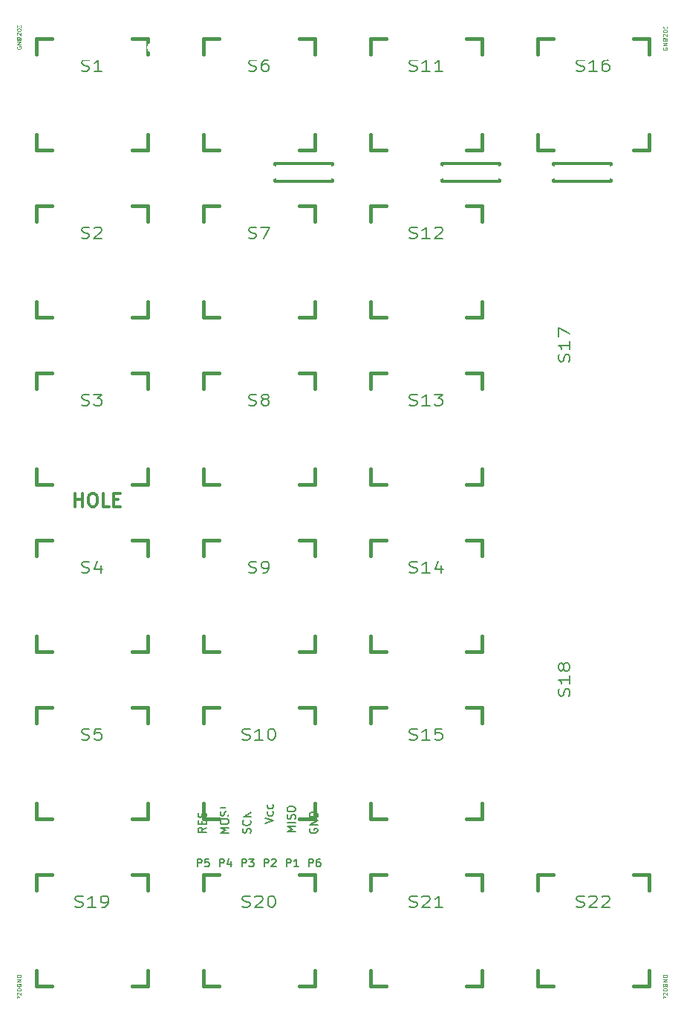
<source format=gto>
G04 (created by PCBNEW (2013-02-13 BZR 3947)-testing) date 9/17/2013 2:51:25 PM*
%MOIN*%
G04 Gerber Fmt 3.4, Leading zero omitted, Abs format*
%FSLAX34Y34*%
G01*
G70*
G90*
G04 APERTURE LIST*
%ADD10C,0*%
%ADD11C,0.015*%
%ADD12C,0.011811*%
%ADD13C,0.012*%
%ADD14C,0.00590551*%
%ADD15C,0.008*%
%ADD16C,0.00393701*%
%ADD17O,0.4017X0.2049*%
%ADD18C,0.0434331*%
%ADD19C,0.0788661*%
%ADD20C,0.0709921*%
%ADD21C,0.098*%
%ADD22C,0.165*%
%ADD23C,0.075*%
%ADD24O,0.083X0.093*%
%ADD25R,0.083X0.093*%
%ADD26C,0.0473701*%
%ADD27C,0.128*%
G04 APERTURE END LIST*
G54D10*
G54D11*
X21101Y-43620D02*
X20401Y-43620D01*
X16801Y-43620D02*
X16101Y-43620D01*
X16101Y-43620D02*
X16101Y-42920D01*
X16101Y-39320D02*
X16101Y-38620D01*
X16101Y-38620D02*
X16801Y-38620D01*
X20401Y-38620D02*
X21101Y-38620D01*
X21101Y-38620D02*
X21101Y-39320D01*
X21101Y-42920D02*
X21101Y-43620D01*
X21101Y-28620D02*
X20401Y-28620D01*
X16801Y-28620D02*
X16101Y-28620D01*
X16101Y-28620D02*
X16101Y-27920D01*
X16101Y-24320D02*
X16101Y-23620D01*
X16101Y-23620D02*
X16801Y-23620D01*
X20401Y-23620D02*
X21101Y-23620D01*
X21101Y-23620D02*
X21101Y-24320D01*
X21101Y-27920D02*
X21101Y-28620D01*
X21101Y-13621D02*
X20401Y-13621D01*
X16801Y-13621D02*
X16101Y-13621D01*
X16101Y-13621D02*
X16101Y-12921D01*
X16101Y-9321D02*
X16101Y-8621D01*
X16101Y-8621D02*
X16801Y-8621D01*
X20401Y-8621D02*
X21101Y-8621D01*
X21101Y-8621D02*
X21101Y-9321D01*
X21101Y-12921D02*
X21101Y-13621D01*
X28601Y-6122D02*
X27901Y-6122D01*
X24301Y-6122D02*
X23601Y-6122D01*
X23601Y-6122D02*
X23601Y-5422D01*
X23601Y-1822D02*
X23601Y-1122D01*
X23601Y-1122D02*
X24301Y-1122D01*
X27901Y-1122D02*
X28601Y-1122D01*
X28601Y-1122D02*
X28601Y-1822D01*
X28601Y-5422D02*
X28601Y-6122D01*
X21101Y-6122D02*
X20401Y-6122D01*
X16801Y-6122D02*
X16101Y-6122D01*
X16101Y-6122D02*
X16101Y-5422D01*
X16101Y-1822D02*
X16101Y-1122D01*
X16101Y-1122D02*
X16801Y-1122D01*
X20401Y-1122D02*
X21101Y-1122D01*
X21101Y-1122D02*
X21101Y-1822D01*
X21101Y-5422D02*
X21101Y-6122D01*
X21101Y-21120D02*
X20401Y-21120D01*
X16801Y-21120D02*
X16101Y-21120D01*
X16101Y-21120D02*
X16101Y-20420D01*
X16101Y-16820D02*
X16101Y-16120D01*
X16101Y-16120D02*
X16801Y-16120D01*
X20401Y-16120D02*
X21101Y-16120D01*
X21101Y-16120D02*
X21101Y-16820D01*
X21101Y-20420D02*
X21101Y-21120D01*
X28601Y-43620D02*
X27901Y-43620D01*
X24301Y-43620D02*
X23601Y-43620D01*
X23601Y-43620D02*
X23601Y-42920D01*
X23601Y-39320D02*
X23601Y-38620D01*
X23601Y-38620D02*
X24301Y-38620D01*
X27901Y-38620D02*
X28601Y-38620D01*
X28601Y-38620D02*
X28601Y-39320D01*
X28601Y-42920D02*
X28601Y-43620D01*
X6101Y-6121D02*
X5401Y-6121D01*
X1801Y-6121D02*
X1101Y-6121D01*
X1101Y-6121D02*
X1101Y-5421D01*
X1101Y-1821D02*
X1101Y-1121D01*
X1101Y-1121D02*
X1801Y-1121D01*
X5401Y-1121D02*
X6101Y-1121D01*
X6101Y-1121D02*
X6101Y-1821D01*
X6101Y-5421D02*
X6101Y-6121D01*
X6101Y-28620D02*
X5401Y-28620D01*
X1801Y-28620D02*
X1101Y-28620D01*
X1101Y-28620D02*
X1101Y-27920D01*
X1101Y-24320D02*
X1101Y-23620D01*
X1101Y-23620D02*
X1801Y-23620D01*
X5401Y-23620D02*
X6101Y-23620D01*
X6101Y-23620D02*
X6101Y-24320D01*
X6101Y-27920D02*
X6101Y-28620D01*
X13601Y-28620D02*
X12901Y-28620D01*
X9301Y-28620D02*
X8601Y-28620D01*
X8601Y-28620D02*
X8601Y-27920D01*
X8601Y-24320D02*
X8601Y-23620D01*
X8601Y-23620D02*
X9301Y-23620D01*
X12901Y-23620D02*
X13601Y-23620D01*
X13601Y-23620D02*
X13601Y-24320D01*
X13601Y-27920D02*
X13601Y-28620D01*
X13601Y-36120D02*
X12901Y-36120D01*
X9301Y-36120D02*
X8601Y-36120D01*
X8601Y-36120D02*
X8601Y-35420D01*
X8601Y-31820D02*
X8601Y-31120D01*
X8601Y-31120D02*
X9301Y-31120D01*
X12901Y-31120D02*
X13601Y-31120D01*
X13601Y-31120D02*
X13601Y-31820D01*
X13601Y-35420D02*
X13601Y-36120D01*
X21101Y-36120D02*
X20401Y-36120D01*
X16801Y-36120D02*
X16101Y-36120D01*
X16101Y-36120D02*
X16101Y-35420D01*
X16101Y-31820D02*
X16101Y-31120D01*
X16101Y-31120D02*
X16801Y-31120D01*
X20401Y-31120D02*
X21101Y-31120D01*
X21101Y-31120D02*
X21101Y-31820D01*
X21101Y-35420D02*
X21101Y-36120D01*
X6101Y-36120D02*
X5401Y-36120D01*
X1801Y-36120D02*
X1101Y-36120D01*
X1101Y-36120D02*
X1101Y-35420D01*
X1101Y-31820D02*
X1101Y-31120D01*
X1101Y-31120D02*
X1801Y-31120D01*
X5401Y-31120D02*
X6101Y-31120D01*
X6101Y-31120D02*
X6101Y-31820D01*
X6101Y-35420D02*
X6101Y-36120D01*
X13601Y-21120D02*
X12901Y-21120D01*
X9301Y-21120D02*
X8601Y-21120D01*
X8601Y-21120D02*
X8601Y-20420D01*
X8601Y-16820D02*
X8601Y-16120D01*
X8601Y-16120D02*
X9301Y-16120D01*
X12901Y-16120D02*
X13601Y-16120D01*
X13601Y-16120D02*
X13601Y-16820D01*
X13601Y-20420D02*
X13601Y-21120D01*
X6101Y-21120D02*
X5401Y-21120D01*
X1801Y-21120D02*
X1101Y-21120D01*
X1101Y-21120D02*
X1101Y-20420D01*
X1101Y-16820D02*
X1101Y-16120D01*
X1101Y-16120D02*
X1801Y-16120D01*
X5401Y-16120D02*
X6101Y-16120D01*
X6101Y-16120D02*
X6101Y-16820D01*
X6101Y-20420D02*
X6101Y-21120D01*
X13601Y-13621D02*
X12901Y-13621D01*
X9301Y-13621D02*
X8601Y-13621D01*
X8601Y-13621D02*
X8601Y-12921D01*
X8601Y-9321D02*
X8601Y-8621D01*
X8601Y-8621D02*
X9301Y-8621D01*
X12901Y-8621D02*
X13601Y-8621D01*
X13601Y-8621D02*
X13601Y-9321D01*
X13601Y-12921D02*
X13601Y-13621D01*
X13601Y-43620D02*
X12901Y-43620D01*
X9301Y-43620D02*
X8601Y-43620D01*
X8601Y-43620D02*
X8601Y-42920D01*
X8601Y-39320D02*
X8601Y-38620D01*
X8601Y-38620D02*
X9301Y-38620D01*
X12901Y-38620D02*
X13601Y-38620D01*
X13601Y-38620D02*
X13601Y-39320D01*
X13601Y-42920D02*
X13601Y-43620D01*
X6101Y-43620D02*
X5401Y-43620D01*
X1801Y-43620D02*
X1101Y-43620D01*
X1101Y-43620D02*
X1101Y-42920D01*
X1101Y-39320D02*
X1101Y-38620D01*
X1101Y-38620D02*
X1801Y-38620D01*
X5401Y-38620D02*
X6101Y-38620D01*
X6101Y-38620D02*
X6101Y-39320D01*
X6101Y-42920D02*
X6101Y-43620D01*
X6101Y-13621D02*
X5401Y-13621D01*
X1801Y-13621D02*
X1101Y-13621D01*
X1101Y-13621D02*
X1101Y-12921D01*
X1101Y-9321D02*
X1101Y-8621D01*
X1101Y-8621D02*
X1801Y-8621D01*
X5401Y-8621D02*
X6101Y-8621D01*
X6101Y-8621D02*
X6101Y-9321D01*
X6101Y-12921D02*
X6101Y-13621D01*
X13601Y-6121D02*
X12901Y-6121D01*
X9301Y-6121D02*
X8601Y-6121D01*
X8601Y-6121D02*
X8601Y-5421D01*
X8601Y-1821D02*
X8601Y-1121D01*
X8601Y-1121D02*
X9301Y-1121D01*
X12901Y-1121D02*
X13601Y-1121D01*
X13601Y-1121D02*
X13601Y-1821D01*
X13601Y-5421D02*
X13601Y-6121D01*
G54D12*
X24101Y-7121D02*
X24301Y-7121D01*
X27101Y-7121D02*
X26901Y-7121D01*
X26901Y-7121D02*
X26901Y-6721D01*
X26901Y-6721D02*
X24301Y-6721D01*
X24301Y-6721D02*
X24301Y-7521D01*
X24301Y-7521D02*
X26901Y-7521D01*
X26901Y-7521D02*
X26901Y-7121D01*
X14601Y-7121D02*
X14401Y-7121D01*
X11601Y-7121D02*
X11801Y-7121D01*
X11801Y-7121D02*
X11801Y-7521D01*
X11801Y-7521D02*
X14401Y-7521D01*
X14401Y-7521D02*
X14401Y-6721D01*
X14401Y-6721D02*
X11801Y-6721D01*
X11801Y-6721D02*
X11801Y-7121D01*
X22101Y-7121D02*
X21901Y-7121D01*
X19101Y-7121D02*
X19301Y-7121D01*
X19301Y-7121D02*
X19301Y-7521D01*
X19301Y-7521D02*
X21901Y-7521D01*
X21901Y-7521D02*
X21901Y-6721D01*
X21901Y-6721D02*
X19301Y-6721D01*
X19301Y-6721D02*
X19301Y-7121D01*
G54D13*
X2851Y-22113D02*
X2851Y-21513D01*
X2851Y-21799D02*
X3194Y-21799D01*
X3194Y-22113D02*
X3194Y-21513D01*
X3594Y-21513D02*
X3708Y-21513D01*
X3765Y-21542D01*
X3822Y-21599D01*
X3851Y-21713D01*
X3851Y-21913D01*
X3822Y-22028D01*
X3765Y-22085D01*
X3708Y-22113D01*
X3594Y-22113D01*
X3537Y-22085D01*
X3479Y-22028D01*
X3451Y-21913D01*
X3451Y-21713D01*
X3479Y-21599D01*
X3537Y-21542D01*
X3594Y-21513D01*
X4394Y-22113D02*
X4108Y-22113D01*
X4108Y-21513D01*
X4594Y-21799D02*
X4794Y-21799D01*
X4879Y-22113D02*
X4594Y-22113D01*
X4594Y-21513D01*
X4879Y-21513D01*
G54D14*
X12340Y-38264D02*
X12340Y-37909D01*
X12475Y-37909D01*
X12508Y-37926D01*
X12525Y-37943D01*
X12542Y-37977D01*
X12542Y-38028D01*
X12525Y-38061D01*
X12508Y-38078D01*
X12475Y-38095D01*
X12340Y-38095D01*
X12879Y-38264D02*
X12677Y-38264D01*
X12778Y-38264D02*
X12778Y-37909D01*
X12744Y-37960D01*
X12711Y-37994D01*
X12677Y-38011D01*
X12734Y-36690D02*
X12380Y-36690D01*
X12633Y-36572D01*
X12380Y-36454D01*
X12734Y-36454D01*
X12734Y-36285D02*
X12380Y-36285D01*
X12718Y-36133D02*
X12734Y-36083D01*
X12734Y-35998D01*
X12718Y-35965D01*
X12701Y-35948D01*
X12667Y-35931D01*
X12633Y-35931D01*
X12599Y-35948D01*
X12583Y-35965D01*
X12566Y-35998D01*
X12549Y-36066D01*
X12532Y-36100D01*
X12515Y-36116D01*
X12481Y-36133D01*
X12448Y-36133D01*
X12414Y-36116D01*
X12397Y-36100D01*
X12380Y-36066D01*
X12380Y-35982D01*
X12397Y-35931D01*
X12380Y-35712D02*
X12380Y-35644D01*
X12397Y-35610D01*
X12431Y-35577D01*
X12498Y-35560D01*
X12616Y-35560D01*
X12684Y-35577D01*
X12718Y-35610D01*
X12734Y-35644D01*
X12734Y-35712D01*
X12718Y-35745D01*
X12684Y-35779D01*
X12616Y-35796D01*
X12498Y-35796D01*
X12431Y-35779D01*
X12397Y-35745D01*
X12380Y-35712D01*
X10340Y-38264D02*
X10340Y-37909D01*
X10475Y-37909D01*
X10508Y-37926D01*
X10525Y-37943D01*
X10542Y-37977D01*
X10542Y-38028D01*
X10525Y-38061D01*
X10508Y-38078D01*
X10475Y-38095D01*
X10340Y-38095D01*
X10660Y-37909D02*
X10879Y-37909D01*
X10761Y-38044D01*
X10812Y-38044D01*
X10846Y-38061D01*
X10863Y-38078D01*
X10879Y-38112D01*
X10879Y-38196D01*
X10863Y-38230D01*
X10846Y-38247D01*
X10812Y-38264D01*
X10711Y-38264D01*
X10677Y-38247D01*
X10660Y-38230D01*
X10718Y-36739D02*
X10734Y-36688D01*
X10734Y-36604D01*
X10718Y-36570D01*
X10701Y-36553D01*
X10667Y-36536D01*
X10633Y-36536D01*
X10599Y-36553D01*
X10583Y-36570D01*
X10566Y-36604D01*
X10549Y-36671D01*
X10532Y-36705D01*
X10515Y-36722D01*
X10481Y-36739D01*
X10448Y-36739D01*
X10414Y-36722D01*
X10397Y-36705D01*
X10380Y-36671D01*
X10380Y-36587D01*
X10397Y-36536D01*
X10701Y-36182D02*
X10718Y-36199D01*
X10734Y-36250D01*
X10734Y-36283D01*
X10718Y-36334D01*
X10684Y-36368D01*
X10650Y-36385D01*
X10583Y-36401D01*
X10532Y-36401D01*
X10464Y-36385D01*
X10431Y-36368D01*
X10397Y-36334D01*
X10380Y-36283D01*
X10380Y-36250D01*
X10397Y-36199D01*
X10414Y-36182D01*
X10734Y-36030D02*
X10380Y-36030D01*
X10734Y-35828D02*
X10532Y-35980D01*
X10380Y-35828D02*
X10583Y-36030D01*
X8340Y-38264D02*
X8340Y-37909D01*
X8475Y-37909D01*
X8508Y-37926D01*
X8525Y-37943D01*
X8542Y-37977D01*
X8542Y-38028D01*
X8525Y-38061D01*
X8508Y-38078D01*
X8475Y-38095D01*
X8340Y-38095D01*
X8863Y-37909D02*
X8694Y-37909D01*
X8677Y-38078D01*
X8694Y-38061D01*
X8728Y-38044D01*
X8812Y-38044D01*
X8846Y-38061D01*
X8863Y-38078D01*
X8879Y-38112D01*
X8879Y-38196D01*
X8863Y-38230D01*
X8846Y-38247D01*
X8812Y-38264D01*
X8728Y-38264D01*
X8694Y-38247D01*
X8677Y-38230D01*
X8734Y-36503D02*
X8566Y-36621D01*
X8734Y-36705D02*
X8380Y-36705D01*
X8380Y-36570D01*
X8397Y-36536D01*
X8414Y-36520D01*
X8448Y-36503D01*
X8498Y-36503D01*
X8532Y-36520D01*
X8549Y-36536D01*
X8566Y-36570D01*
X8566Y-36705D01*
X8549Y-36351D02*
X8549Y-36233D01*
X8734Y-36182D02*
X8734Y-36351D01*
X8380Y-36351D01*
X8380Y-36182D01*
X8718Y-36047D02*
X8734Y-35997D01*
X8734Y-35912D01*
X8718Y-35878D01*
X8701Y-35862D01*
X8667Y-35845D01*
X8633Y-35845D01*
X8599Y-35862D01*
X8583Y-35878D01*
X8566Y-35912D01*
X8549Y-35980D01*
X8532Y-36013D01*
X8515Y-36030D01*
X8481Y-36047D01*
X8448Y-36047D01*
X8414Y-36030D01*
X8397Y-36013D01*
X8380Y-35980D01*
X8380Y-35895D01*
X8397Y-35845D01*
X11340Y-38264D02*
X11340Y-37909D01*
X11475Y-37909D01*
X11508Y-37926D01*
X11525Y-37943D01*
X11542Y-37977D01*
X11542Y-38028D01*
X11525Y-38061D01*
X11508Y-38078D01*
X11475Y-38095D01*
X11340Y-38095D01*
X11677Y-37943D02*
X11694Y-37926D01*
X11728Y-37909D01*
X11812Y-37909D01*
X11846Y-37926D01*
X11863Y-37943D01*
X11879Y-37977D01*
X11879Y-38011D01*
X11863Y-38061D01*
X11660Y-38264D01*
X11879Y-38264D01*
X11380Y-36305D02*
X11734Y-36187D01*
X11380Y-36069D01*
X11718Y-35799D02*
X11734Y-35833D01*
X11734Y-35900D01*
X11718Y-35934D01*
X11701Y-35951D01*
X11667Y-35968D01*
X11566Y-35968D01*
X11532Y-35951D01*
X11515Y-35934D01*
X11498Y-35900D01*
X11498Y-35833D01*
X11515Y-35799D01*
X11718Y-35495D02*
X11734Y-35529D01*
X11734Y-35597D01*
X11718Y-35630D01*
X11701Y-35647D01*
X11667Y-35664D01*
X11566Y-35664D01*
X11532Y-35647D01*
X11515Y-35630D01*
X11498Y-35597D01*
X11498Y-35529D01*
X11515Y-35495D01*
X9340Y-38264D02*
X9340Y-37909D01*
X9475Y-37909D01*
X9508Y-37926D01*
X9525Y-37943D01*
X9542Y-37977D01*
X9542Y-38028D01*
X9525Y-38061D01*
X9508Y-38078D01*
X9475Y-38095D01*
X9340Y-38095D01*
X9846Y-38028D02*
X9846Y-38264D01*
X9761Y-37893D02*
X9677Y-38146D01*
X9896Y-38146D01*
X9734Y-36740D02*
X9380Y-36740D01*
X9633Y-36622D01*
X9380Y-36504D01*
X9734Y-36504D01*
X9380Y-36268D02*
X9380Y-36200D01*
X9397Y-36166D01*
X9431Y-36133D01*
X9498Y-36116D01*
X9616Y-36116D01*
X9684Y-36133D01*
X9718Y-36166D01*
X9734Y-36200D01*
X9734Y-36268D01*
X9718Y-36301D01*
X9684Y-36335D01*
X9616Y-36352D01*
X9498Y-36352D01*
X9431Y-36335D01*
X9397Y-36301D01*
X9380Y-36268D01*
X9718Y-35981D02*
X9734Y-35930D01*
X9734Y-35846D01*
X9718Y-35812D01*
X9701Y-35795D01*
X9667Y-35778D01*
X9633Y-35778D01*
X9599Y-35795D01*
X9583Y-35812D01*
X9566Y-35846D01*
X9549Y-35913D01*
X9532Y-35947D01*
X9515Y-35964D01*
X9481Y-35981D01*
X9448Y-35981D01*
X9414Y-35964D01*
X9397Y-35947D01*
X9380Y-35913D01*
X9380Y-35829D01*
X9397Y-35778D01*
X9734Y-35627D02*
X9380Y-35627D01*
X13340Y-38264D02*
X13340Y-37909D01*
X13475Y-37909D01*
X13508Y-37926D01*
X13525Y-37943D01*
X13542Y-37977D01*
X13542Y-38028D01*
X13525Y-38061D01*
X13508Y-38078D01*
X13475Y-38095D01*
X13340Y-38095D01*
X13846Y-37909D02*
X13778Y-37909D01*
X13744Y-37926D01*
X13728Y-37943D01*
X13694Y-37994D01*
X13677Y-38061D01*
X13677Y-38196D01*
X13694Y-38230D01*
X13711Y-38247D01*
X13744Y-38264D01*
X13812Y-38264D01*
X13846Y-38247D01*
X13863Y-38230D01*
X13879Y-38196D01*
X13879Y-38112D01*
X13863Y-38078D01*
X13846Y-38061D01*
X13812Y-38044D01*
X13744Y-38044D01*
X13711Y-38061D01*
X13694Y-38078D01*
X13677Y-38112D01*
X13397Y-36553D02*
X13380Y-36587D01*
X13380Y-36638D01*
X13397Y-36688D01*
X13431Y-36722D01*
X13464Y-36739D01*
X13532Y-36756D01*
X13583Y-36756D01*
X13650Y-36739D01*
X13684Y-36722D01*
X13718Y-36688D01*
X13734Y-36638D01*
X13734Y-36604D01*
X13718Y-36553D01*
X13701Y-36536D01*
X13583Y-36536D01*
X13583Y-36604D01*
X13734Y-36385D02*
X13380Y-36385D01*
X13734Y-36182D01*
X13380Y-36182D01*
X13734Y-36013D02*
X13380Y-36013D01*
X13380Y-35929D01*
X13397Y-35878D01*
X13431Y-35845D01*
X13464Y-35828D01*
X13532Y-35811D01*
X13583Y-35811D01*
X13650Y-35828D01*
X13684Y-35845D01*
X13718Y-35878D01*
X13734Y-35929D01*
X13734Y-36013D01*
G54D15*
X17858Y-40049D02*
X17944Y-40073D01*
X18087Y-40073D01*
X18144Y-40049D01*
X18173Y-40025D01*
X18201Y-39978D01*
X18201Y-39930D01*
X18173Y-39882D01*
X18144Y-39858D01*
X18087Y-39835D01*
X17973Y-39811D01*
X17915Y-39787D01*
X17887Y-39763D01*
X17858Y-39716D01*
X17858Y-39668D01*
X17887Y-39620D01*
X17915Y-39597D01*
X17973Y-39573D01*
X18115Y-39573D01*
X18201Y-39597D01*
X18430Y-39620D02*
X18458Y-39597D01*
X18515Y-39573D01*
X18658Y-39573D01*
X18715Y-39597D01*
X18744Y-39620D01*
X18773Y-39668D01*
X18773Y-39716D01*
X18744Y-39787D01*
X18401Y-40073D01*
X18773Y-40073D01*
X19344Y-40073D02*
X19001Y-40073D01*
X19173Y-40073D02*
X19173Y-39573D01*
X19115Y-39644D01*
X19058Y-39692D01*
X19001Y-39716D01*
X17858Y-25049D02*
X17944Y-25073D01*
X18087Y-25073D01*
X18144Y-25049D01*
X18173Y-25025D01*
X18201Y-24978D01*
X18201Y-24930D01*
X18173Y-24882D01*
X18144Y-24858D01*
X18087Y-24835D01*
X17973Y-24811D01*
X17915Y-24787D01*
X17887Y-24763D01*
X17858Y-24716D01*
X17858Y-24668D01*
X17887Y-24620D01*
X17915Y-24597D01*
X17973Y-24573D01*
X18115Y-24573D01*
X18201Y-24597D01*
X18773Y-25073D02*
X18430Y-25073D01*
X18601Y-25073D02*
X18601Y-24573D01*
X18544Y-24644D01*
X18487Y-24692D01*
X18430Y-24716D01*
X19287Y-24739D02*
X19287Y-25073D01*
X19144Y-24549D02*
X19001Y-24906D01*
X19373Y-24906D01*
X17858Y-10049D02*
X17944Y-10073D01*
X18087Y-10073D01*
X18144Y-10049D01*
X18173Y-10025D01*
X18201Y-9978D01*
X18201Y-9930D01*
X18173Y-9882D01*
X18144Y-9859D01*
X18087Y-9835D01*
X17973Y-9811D01*
X17915Y-9787D01*
X17887Y-9763D01*
X17858Y-9716D01*
X17858Y-9668D01*
X17887Y-9621D01*
X17915Y-9597D01*
X17973Y-9573D01*
X18115Y-9573D01*
X18201Y-9597D01*
X18773Y-10073D02*
X18430Y-10073D01*
X18601Y-10073D02*
X18601Y-9573D01*
X18544Y-9644D01*
X18487Y-9692D01*
X18430Y-9716D01*
X19001Y-9621D02*
X19030Y-9597D01*
X19087Y-9573D01*
X19230Y-9573D01*
X19287Y-9597D01*
X19315Y-9621D01*
X19344Y-9668D01*
X19344Y-9716D01*
X19315Y-9787D01*
X18973Y-10073D01*
X19344Y-10073D01*
X25358Y-2550D02*
X25444Y-2574D01*
X25587Y-2574D01*
X25644Y-2550D01*
X25673Y-2526D01*
X25701Y-2479D01*
X25701Y-2431D01*
X25673Y-2383D01*
X25644Y-2360D01*
X25587Y-2336D01*
X25473Y-2312D01*
X25415Y-2288D01*
X25387Y-2264D01*
X25358Y-2217D01*
X25358Y-2169D01*
X25387Y-2122D01*
X25415Y-2098D01*
X25473Y-2074D01*
X25615Y-2074D01*
X25701Y-2098D01*
X26273Y-2574D02*
X25930Y-2574D01*
X26101Y-2574D02*
X26101Y-2074D01*
X26044Y-2145D01*
X25987Y-2193D01*
X25930Y-2217D01*
X26787Y-2074D02*
X26673Y-2074D01*
X26615Y-2098D01*
X26587Y-2122D01*
X26530Y-2193D01*
X26501Y-2288D01*
X26501Y-2479D01*
X26530Y-2526D01*
X26558Y-2550D01*
X26615Y-2574D01*
X26730Y-2574D01*
X26787Y-2550D01*
X26815Y-2526D01*
X26844Y-2479D01*
X26844Y-2360D01*
X26815Y-2312D01*
X26787Y-2288D01*
X26730Y-2264D01*
X26615Y-2264D01*
X26558Y-2288D01*
X26530Y-2312D01*
X26501Y-2360D01*
X17858Y-2550D02*
X17944Y-2574D01*
X18087Y-2574D01*
X18144Y-2550D01*
X18173Y-2526D01*
X18201Y-2479D01*
X18201Y-2431D01*
X18173Y-2383D01*
X18144Y-2360D01*
X18087Y-2336D01*
X17973Y-2312D01*
X17915Y-2288D01*
X17887Y-2264D01*
X17858Y-2217D01*
X17858Y-2169D01*
X17887Y-2122D01*
X17915Y-2098D01*
X17973Y-2074D01*
X18115Y-2074D01*
X18201Y-2098D01*
X18773Y-2574D02*
X18430Y-2574D01*
X18601Y-2574D02*
X18601Y-2074D01*
X18544Y-2145D01*
X18487Y-2193D01*
X18430Y-2217D01*
X19344Y-2574D02*
X19001Y-2574D01*
X19173Y-2574D02*
X19173Y-2074D01*
X19115Y-2145D01*
X19058Y-2193D01*
X19001Y-2217D01*
X17858Y-17549D02*
X17944Y-17573D01*
X18087Y-17573D01*
X18144Y-17549D01*
X18173Y-17525D01*
X18201Y-17478D01*
X18201Y-17430D01*
X18173Y-17382D01*
X18144Y-17358D01*
X18087Y-17335D01*
X17973Y-17311D01*
X17915Y-17287D01*
X17887Y-17263D01*
X17858Y-17216D01*
X17858Y-17168D01*
X17887Y-17120D01*
X17915Y-17097D01*
X17973Y-17073D01*
X18115Y-17073D01*
X18201Y-17097D01*
X18773Y-17573D02*
X18430Y-17573D01*
X18601Y-17573D02*
X18601Y-17073D01*
X18544Y-17144D01*
X18487Y-17192D01*
X18430Y-17216D01*
X18973Y-17073D02*
X19344Y-17073D01*
X19144Y-17263D01*
X19230Y-17263D01*
X19287Y-17287D01*
X19315Y-17311D01*
X19344Y-17358D01*
X19344Y-17478D01*
X19315Y-17525D01*
X19287Y-17549D01*
X19230Y-17573D01*
X19058Y-17573D01*
X19001Y-17549D01*
X18973Y-17525D01*
X25358Y-40049D02*
X25444Y-40073D01*
X25587Y-40073D01*
X25644Y-40049D01*
X25673Y-40025D01*
X25701Y-39978D01*
X25701Y-39930D01*
X25673Y-39882D01*
X25644Y-39858D01*
X25587Y-39835D01*
X25473Y-39811D01*
X25415Y-39787D01*
X25387Y-39763D01*
X25358Y-39716D01*
X25358Y-39668D01*
X25387Y-39620D01*
X25415Y-39597D01*
X25473Y-39573D01*
X25615Y-39573D01*
X25701Y-39597D01*
X25930Y-39620D02*
X25958Y-39597D01*
X26015Y-39573D01*
X26158Y-39573D01*
X26215Y-39597D01*
X26244Y-39620D01*
X26273Y-39668D01*
X26273Y-39716D01*
X26244Y-39787D01*
X25901Y-40073D01*
X26273Y-40073D01*
X26501Y-39620D02*
X26530Y-39597D01*
X26587Y-39573D01*
X26730Y-39573D01*
X26787Y-39597D01*
X26815Y-39620D01*
X26844Y-39668D01*
X26844Y-39716D01*
X26815Y-39787D01*
X26473Y-40073D01*
X26844Y-40073D01*
G54D16*
X431Y-44203D02*
X234Y-44203D01*
X234Y-44128D01*
X243Y-44109D01*
X252Y-44100D01*
X271Y-44091D01*
X299Y-44091D01*
X318Y-44100D01*
X327Y-44109D01*
X337Y-44128D01*
X337Y-44203D01*
X252Y-44016D02*
X243Y-44006D01*
X234Y-43988D01*
X234Y-43941D01*
X243Y-43922D01*
X252Y-43913D01*
X271Y-43903D01*
X290Y-43903D01*
X318Y-43913D01*
X431Y-44025D01*
X431Y-43903D01*
X234Y-43781D02*
X234Y-43763D01*
X243Y-43744D01*
X252Y-43734D01*
X271Y-43725D01*
X309Y-43716D01*
X356Y-43716D01*
X393Y-43725D01*
X412Y-43734D01*
X421Y-43744D01*
X431Y-43763D01*
X431Y-43781D01*
X421Y-43800D01*
X412Y-43809D01*
X393Y-43819D01*
X356Y-43828D01*
X309Y-43828D01*
X271Y-43819D01*
X252Y-43809D01*
X243Y-43800D01*
X234Y-43781D01*
X234Y-43594D02*
X234Y-43575D01*
X243Y-43556D01*
X252Y-43547D01*
X271Y-43538D01*
X309Y-43528D01*
X356Y-43528D01*
X393Y-43538D01*
X412Y-43547D01*
X421Y-43556D01*
X431Y-43575D01*
X431Y-43594D01*
X421Y-43613D01*
X412Y-43622D01*
X393Y-43631D01*
X356Y-43641D01*
X309Y-43641D01*
X271Y-43631D01*
X252Y-43622D01*
X243Y-43613D01*
X234Y-43594D01*
X243Y-43520D02*
X234Y-43539D01*
X234Y-43567D01*
X243Y-43595D01*
X262Y-43614D01*
X281Y-43623D01*
X318Y-43633D01*
X346Y-43633D01*
X384Y-43623D01*
X402Y-43614D01*
X421Y-43595D01*
X431Y-43567D01*
X431Y-43548D01*
X421Y-43520D01*
X412Y-43511D01*
X346Y-43511D01*
X346Y-43548D01*
X431Y-43427D02*
X234Y-43427D01*
X431Y-43314D01*
X234Y-43314D01*
X431Y-43220D02*
X234Y-43220D01*
X234Y-43174D01*
X243Y-43145D01*
X262Y-43127D01*
X281Y-43117D01*
X318Y-43108D01*
X346Y-43108D01*
X384Y-43117D01*
X402Y-43127D01*
X421Y-43145D01*
X431Y-43174D01*
X431Y-43220D01*
X29430Y-1203D02*
X29234Y-1203D01*
X29234Y-1128D01*
X29243Y-1110D01*
X29252Y-1100D01*
X29271Y-1091D01*
X29299Y-1091D01*
X29318Y-1100D01*
X29327Y-1110D01*
X29337Y-1128D01*
X29337Y-1203D01*
X29252Y-1016D02*
X29243Y-1006D01*
X29234Y-988D01*
X29234Y-941D01*
X29243Y-922D01*
X29252Y-913D01*
X29271Y-903D01*
X29290Y-903D01*
X29318Y-913D01*
X29430Y-1025D01*
X29430Y-903D01*
X29234Y-782D02*
X29234Y-763D01*
X29243Y-744D01*
X29252Y-735D01*
X29271Y-725D01*
X29308Y-716D01*
X29355Y-716D01*
X29393Y-725D01*
X29412Y-735D01*
X29421Y-744D01*
X29430Y-763D01*
X29430Y-782D01*
X29421Y-800D01*
X29412Y-810D01*
X29393Y-819D01*
X29355Y-828D01*
X29308Y-828D01*
X29271Y-819D01*
X29252Y-810D01*
X29243Y-800D01*
X29234Y-782D01*
X29430Y-528D02*
X29430Y-641D01*
X29430Y-585D02*
X29234Y-585D01*
X29262Y-603D01*
X29280Y-622D01*
X29290Y-641D01*
X29243Y-1521D02*
X29234Y-1539D01*
X29234Y-1567D01*
X29243Y-1596D01*
X29262Y-1614D01*
X29280Y-1624D01*
X29318Y-1633D01*
X29346Y-1633D01*
X29383Y-1624D01*
X29402Y-1614D01*
X29421Y-1596D01*
X29430Y-1567D01*
X29430Y-1549D01*
X29421Y-1521D01*
X29412Y-1511D01*
X29346Y-1511D01*
X29346Y-1549D01*
X29430Y-1427D02*
X29234Y-1427D01*
X29430Y-1314D01*
X29234Y-1314D01*
X29430Y-1221D02*
X29234Y-1221D01*
X29234Y-1174D01*
X29243Y-1146D01*
X29262Y-1127D01*
X29280Y-1117D01*
X29318Y-1108D01*
X29346Y-1108D01*
X29383Y-1117D01*
X29402Y-1127D01*
X29421Y-1146D01*
X29430Y-1174D01*
X29430Y-1221D01*
X29430Y-44203D02*
X29234Y-44203D01*
X29234Y-44128D01*
X29243Y-44109D01*
X29252Y-44100D01*
X29271Y-44091D01*
X29299Y-44091D01*
X29318Y-44100D01*
X29327Y-44109D01*
X29337Y-44128D01*
X29337Y-44203D01*
X29252Y-44016D02*
X29243Y-44006D01*
X29234Y-43988D01*
X29234Y-43941D01*
X29243Y-43922D01*
X29252Y-43913D01*
X29271Y-43903D01*
X29290Y-43903D01*
X29318Y-43913D01*
X29430Y-44025D01*
X29430Y-43903D01*
X29234Y-43781D02*
X29234Y-43763D01*
X29243Y-43744D01*
X29252Y-43734D01*
X29271Y-43725D01*
X29308Y-43716D01*
X29355Y-43716D01*
X29393Y-43725D01*
X29412Y-43734D01*
X29421Y-43744D01*
X29430Y-43763D01*
X29430Y-43781D01*
X29421Y-43800D01*
X29412Y-43809D01*
X29393Y-43819D01*
X29355Y-43828D01*
X29308Y-43828D01*
X29271Y-43819D01*
X29252Y-43809D01*
X29243Y-43800D01*
X29234Y-43781D01*
X29252Y-43641D02*
X29243Y-43631D01*
X29234Y-43613D01*
X29234Y-43566D01*
X29243Y-43547D01*
X29252Y-43538D01*
X29271Y-43528D01*
X29290Y-43528D01*
X29318Y-43538D01*
X29430Y-43650D01*
X29430Y-43528D01*
X29243Y-43520D02*
X29234Y-43539D01*
X29234Y-43567D01*
X29243Y-43595D01*
X29262Y-43614D01*
X29280Y-43623D01*
X29318Y-43633D01*
X29346Y-43633D01*
X29383Y-43623D01*
X29402Y-43614D01*
X29421Y-43595D01*
X29430Y-43567D01*
X29430Y-43548D01*
X29421Y-43520D01*
X29412Y-43511D01*
X29346Y-43511D01*
X29346Y-43548D01*
X29430Y-43427D02*
X29234Y-43427D01*
X29430Y-43314D01*
X29234Y-43314D01*
X29430Y-43220D02*
X29234Y-43220D01*
X29234Y-43174D01*
X29243Y-43145D01*
X29262Y-43127D01*
X29280Y-43117D01*
X29318Y-43108D01*
X29346Y-43108D01*
X29383Y-43117D01*
X29402Y-43127D01*
X29421Y-43145D01*
X29430Y-43174D01*
X29430Y-43220D01*
X431Y-1154D02*
X234Y-1154D01*
X234Y-1079D01*
X243Y-1061D01*
X252Y-1051D01*
X271Y-1042D01*
X299Y-1042D01*
X318Y-1051D01*
X327Y-1061D01*
X337Y-1079D01*
X337Y-1154D01*
X252Y-967D02*
X243Y-957D01*
X234Y-939D01*
X234Y-892D01*
X243Y-873D01*
X252Y-864D01*
X271Y-854D01*
X290Y-854D01*
X318Y-864D01*
X431Y-976D01*
X431Y-854D01*
X234Y-732D02*
X234Y-714D01*
X243Y-695D01*
X252Y-686D01*
X271Y-676D01*
X309Y-667D01*
X356Y-667D01*
X393Y-676D01*
X412Y-686D01*
X421Y-695D01*
X431Y-714D01*
X431Y-732D01*
X421Y-751D01*
X412Y-761D01*
X393Y-770D01*
X356Y-779D01*
X309Y-779D01*
X271Y-770D01*
X252Y-761D01*
X243Y-751D01*
X234Y-732D01*
X234Y-601D02*
X234Y-479D01*
X309Y-545D01*
X309Y-517D01*
X318Y-498D01*
X327Y-489D01*
X346Y-479D01*
X393Y-479D01*
X412Y-489D01*
X421Y-498D01*
X431Y-517D01*
X431Y-573D01*
X421Y-592D01*
X412Y-601D01*
X243Y-1472D02*
X234Y-1490D01*
X234Y-1518D01*
X243Y-1547D01*
X262Y-1565D01*
X281Y-1575D01*
X318Y-1584D01*
X346Y-1584D01*
X384Y-1575D01*
X402Y-1565D01*
X421Y-1547D01*
X431Y-1518D01*
X431Y-1500D01*
X421Y-1472D01*
X412Y-1462D01*
X346Y-1462D01*
X346Y-1500D01*
X431Y-1378D02*
X234Y-1378D01*
X431Y-1265D01*
X234Y-1265D01*
X431Y-1172D02*
X234Y-1172D01*
X234Y-1125D01*
X243Y-1097D01*
X262Y-1078D01*
X281Y-1068D01*
X318Y-1059D01*
X346Y-1059D01*
X384Y-1068D01*
X402Y-1078D01*
X421Y-1097D01*
X431Y-1125D01*
X431Y-1172D01*
G54D15*
X3144Y-2549D02*
X3229Y-2573D01*
X3372Y-2573D01*
X3429Y-2549D01*
X3458Y-2525D01*
X3487Y-2478D01*
X3487Y-2430D01*
X3458Y-2382D01*
X3429Y-2359D01*
X3372Y-2335D01*
X3258Y-2311D01*
X3201Y-2287D01*
X3172Y-2263D01*
X3144Y-2216D01*
X3144Y-2168D01*
X3172Y-2121D01*
X3201Y-2097D01*
X3258Y-2073D01*
X3401Y-2073D01*
X3487Y-2097D01*
X4058Y-2573D02*
X3715Y-2573D01*
X3887Y-2573D02*
X3887Y-2073D01*
X3829Y-2144D01*
X3772Y-2192D01*
X3715Y-2216D01*
X3144Y-25049D02*
X3229Y-25073D01*
X3372Y-25073D01*
X3429Y-25049D01*
X3458Y-25025D01*
X3487Y-24978D01*
X3487Y-24930D01*
X3458Y-24882D01*
X3429Y-24858D01*
X3372Y-24835D01*
X3258Y-24811D01*
X3201Y-24787D01*
X3172Y-24763D01*
X3144Y-24716D01*
X3144Y-24668D01*
X3172Y-24620D01*
X3201Y-24597D01*
X3258Y-24573D01*
X3401Y-24573D01*
X3487Y-24597D01*
X4001Y-24739D02*
X4001Y-25073D01*
X3858Y-24549D02*
X3715Y-24906D01*
X4087Y-24906D01*
X10644Y-25049D02*
X10729Y-25073D01*
X10872Y-25073D01*
X10929Y-25049D01*
X10958Y-25025D01*
X10987Y-24978D01*
X10987Y-24930D01*
X10958Y-24882D01*
X10929Y-24858D01*
X10872Y-24835D01*
X10758Y-24811D01*
X10701Y-24787D01*
X10672Y-24763D01*
X10644Y-24716D01*
X10644Y-24668D01*
X10672Y-24620D01*
X10701Y-24597D01*
X10758Y-24573D01*
X10901Y-24573D01*
X10987Y-24597D01*
X11272Y-25073D02*
X11387Y-25073D01*
X11444Y-25049D01*
X11472Y-25025D01*
X11529Y-24954D01*
X11558Y-24858D01*
X11558Y-24668D01*
X11529Y-24620D01*
X11501Y-24597D01*
X11444Y-24573D01*
X11329Y-24573D01*
X11272Y-24597D01*
X11244Y-24620D01*
X11215Y-24668D01*
X11215Y-24787D01*
X11244Y-24835D01*
X11272Y-24858D01*
X11329Y-24882D01*
X11444Y-24882D01*
X11501Y-24858D01*
X11529Y-24835D01*
X11558Y-24787D01*
X10358Y-32549D02*
X10444Y-32573D01*
X10587Y-32573D01*
X10644Y-32549D01*
X10672Y-32525D01*
X10701Y-32478D01*
X10701Y-32430D01*
X10672Y-32382D01*
X10644Y-32358D01*
X10587Y-32335D01*
X10472Y-32311D01*
X10415Y-32287D01*
X10387Y-32263D01*
X10358Y-32216D01*
X10358Y-32168D01*
X10387Y-32120D01*
X10415Y-32097D01*
X10472Y-32073D01*
X10615Y-32073D01*
X10701Y-32097D01*
X11272Y-32573D02*
X10929Y-32573D01*
X11101Y-32573D02*
X11101Y-32073D01*
X11044Y-32144D01*
X10987Y-32192D01*
X10929Y-32216D01*
X11644Y-32073D02*
X11701Y-32073D01*
X11758Y-32097D01*
X11787Y-32120D01*
X11815Y-32168D01*
X11844Y-32263D01*
X11844Y-32382D01*
X11815Y-32478D01*
X11787Y-32525D01*
X11758Y-32549D01*
X11701Y-32573D01*
X11644Y-32573D01*
X11587Y-32549D01*
X11558Y-32525D01*
X11529Y-32478D01*
X11501Y-32382D01*
X11501Y-32263D01*
X11529Y-32168D01*
X11558Y-32120D01*
X11587Y-32097D01*
X11644Y-32073D01*
X17858Y-32549D02*
X17944Y-32573D01*
X18087Y-32573D01*
X18144Y-32549D01*
X18173Y-32525D01*
X18201Y-32478D01*
X18201Y-32430D01*
X18173Y-32382D01*
X18144Y-32358D01*
X18087Y-32335D01*
X17973Y-32311D01*
X17915Y-32287D01*
X17887Y-32263D01*
X17858Y-32216D01*
X17858Y-32168D01*
X17887Y-32120D01*
X17915Y-32097D01*
X17973Y-32073D01*
X18115Y-32073D01*
X18201Y-32097D01*
X18773Y-32573D02*
X18430Y-32573D01*
X18601Y-32573D02*
X18601Y-32073D01*
X18544Y-32144D01*
X18487Y-32192D01*
X18430Y-32216D01*
X19315Y-32073D02*
X19030Y-32073D01*
X19001Y-32311D01*
X19030Y-32287D01*
X19087Y-32263D01*
X19230Y-32263D01*
X19287Y-32287D01*
X19315Y-32311D01*
X19344Y-32358D01*
X19344Y-32478D01*
X19315Y-32525D01*
X19287Y-32549D01*
X19230Y-32573D01*
X19087Y-32573D01*
X19030Y-32549D01*
X19001Y-32525D01*
X3144Y-32549D02*
X3229Y-32573D01*
X3372Y-32573D01*
X3429Y-32549D01*
X3458Y-32525D01*
X3487Y-32478D01*
X3487Y-32430D01*
X3458Y-32382D01*
X3429Y-32358D01*
X3372Y-32335D01*
X3258Y-32311D01*
X3201Y-32287D01*
X3172Y-32263D01*
X3144Y-32216D01*
X3144Y-32168D01*
X3172Y-32120D01*
X3201Y-32097D01*
X3258Y-32073D01*
X3401Y-32073D01*
X3487Y-32097D01*
X4029Y-32073D02*
X3744Y-32073D01*
X3715Y-32311D01*
X3744Y-32287D01*
X3801Y-32263D01*
X3944Y-32263D01*
X4001Y-32287D01*
X4029Y-32311D01*
X4058Y-32358D01*
X4058Y-32478D01*
X4029Y-32525D01*
X4001Y-32549D01*
X3944Y-32573D01*
X3801Y-32573D01*
X3744Y-32549D01*
X3715Y-32525D01*
X10644Y-17549D02*
X10729Y-17573D01*
X10872Y-17573D01*
X10929Y-17549D01*
X10958Y-17525D01*
X10987Y-17478D01*
X10987Y-17430D01*
X10958Y-17382D01*
X10929Y-17358D01*
X10872Y-17335D01*
X10758Y-17311D01*
X10701Y-17287D01*
X10672Y-17263D01*
X10644Y-17216D01*
X10644Y-17168D01*
X10672Y-17120D01*
X10701Y-17097D01*
X10758Y-17073D01*
X10901Y-17073D01*
X10987Y-17097D01*
X11329Y-17287D02*
X11272Y-17263D01*
X11244Y-17239D01*
X11215Y-17192D01*
X11215Y-17168D01*
X11244Y-17120D01*
X11272Y-17097D01*
X11329Y-17073D01*
X11444Y-17073D01*
X11501Y-17097D01*
X11529Y-17120D01*
X11558Y-17168D01*
X11558Y-17192D01*
X11529Y-17239D01*
X11501Y-17263D01*
X11444Y-17287D01*
X11329Y-17287D01*
X11272Y-17311D01*
X11244Y-17335D01*
X11215Y-17382D01*
X11215Y-17478D01*
X11244Y-17525D01*
X11272Y-17549D01*
X11329Y-17573D01*
X11444Y-17573D01*
X11501Y-17549D01*
X11529Y-17525D01*
X11558Y-17478D01*
X11558Y-17382D01*
X11529Y-17335D01*
X11501Y-17311D01*
X11444Y-17287D01*
X3144Y-17549D02*
X3229Y-17573D01*
X3372Y-17573D01*
X3429Y-17549D01*
X3458Y-17525D01*
X3487Y-17478D01*
X3487Y-17430D01*
X3458Y-17382D01*
X3429Y-17358D01*
X3372Y-17335D01*
X3258Y-17311D01*
X3201Y-17287D01*
X3172Y-17263D01*
X3144Y-17216D01*
X3144Y-17168D01*
X3172Y-17120D01*
X3201Y-17097D01*
X3258Y-17073D01*
X3401Y-17073D01*
X3487Y-17097D01*
X3687Y-17073D02*
X4058Y-17073D01*
X3858Y-17263D01*
X3944Y-17263D01*
X4001Y-17287D01*
X4029Y-17311D01*
X4058Y-17358D01*
X4058Y-17478D01*
X4029Y-17525D01*
X4001Y-17549D01*
X3944Y-17573D01*
X3772Y-17573D01*
X3715Y-17549D01*
X3687Y-17525D01*
X10644Y-10049D02*
X10729Y-10073D01*
X10872Y-10073D01*
X10929Y-10049D01*
X10958Y-10025D01*
X10987Y-9978D01*
X10987Y-9930D01*
X10958Y-9882D01*
X10929Y-9859D01*
X10872Y-9835D01*
X10758Y-9811D01*
X10701Y-9787D01*
X10672Y-9763D01*
X10644Y-9716D01*
X10644Y-9668D01*
X10672Y-9621D01*
X10701Y-9597D01*
X10758Y-9573D01*
X10901Y-9573D01*
X10987Y-9597D01*
X11187Y-9573D02*
X11587Y-9573D01*
X11329Y-10073D01*
X10358Y-40049D02*
X10444Y-40073D01*
X10587Y-40073D01*
X10644Y-40049D01*
X10672Y-40025D01*
X10701Y-39978D01*
X10701Y-39930D01*
X10672Y-39882D01*
X10644Y-39858D01*
X10587Y-39835D01*
X10472Y-39811D01*
X10415Y-39787D01*
X10387Y-39763D01*
X10358Y-39716D01*
X10358Y-39668D01*
X10387Y-39620D01*
X10415Y-39597D01*
X10472Y-39573D01*
X10615Y-39573D01*
X10701Y-39597D01*
X10929Y-39620D02*
X10958Y-39597D01*
X11015Y-39573D01*
X11158Y-39573D01*
X11215Y-39597D01*
X11244Y-39620D01*
X11272Y-39668D01*
X11272Y-39716D01*
X11244Y-39787D01*
X10901Y-40073D01*
X11272Y-40073D01*
X11644Y-39573D02*
X11701Y-39573D01*
X11758Y-39597D01*
X11787Y-39620D01*
X11815Y-39668D01*
X11844Y-39763D01*
X11844Y-39882D01*
X11815Y-39978D01*
X11787Y-40025D01*
X11758Y-40049D01*
X11701Y-40073D01*
X11644Y-40073D01*
X11587Y-40049D01*
X11558Y-40025D01*
X11529Y-39978D01*
X11501Y-39882D01*
X11501Y-39763D01*
X11529Y-39668D01*
X11558Y-39620D01*
X11587Y-39597D01*
X11644Y-39573D01*
X2858Y-40049D02*
X2944Y-40073D01*
X3087Y-40073D01*
X3144Y-40049D01*
X3172Y-40025D01*
X3201Y-39978D01*
X3201Y-39930D01*
X3172Y-39882D01*
X3144Y-39858D01*
X3087Y-39835D01*
X2972Y-39811D01*
X2915Y-39787D01*
X2887Y-39763D01*
X2858Y-39716D01*
X2858Y-39668D01*
X2887Y-39620D01*
X2915Y-39597D01*
X2972Y-39573D01*
X3115Y-39573D01*
X3201Y-39597D01*
X3772Y-40073D02*
X3429Y-40073D01*
X3601Y-40073D02*
X3601Y-39573D01*
X3544Y-39644D01*
X3487Y-39692D01*
X3429Y-39716D01*
X4058Y-40073D02*
X4172Y-40073D01*
X4229Y-40049D01*
X4258Y-40025D01*
X4315Y-39954D01*
X4344Y-39858D01*
X4344Y-39668D01*
X4315Y-39620D01*
X4287Y-39597D01*
X4229Y-39573D01*
X4115Y-39573D01*
X4058Y-39597D01*
X4029Y-39620D01*
X4001Y-39668D01*
X4001Y-39787D01*
X4029Y-39835D01*
X4058Y-39858D01*
X4115Y-39882D01*
X4229Y-39882D01*
X4287Y-39858D01*
X4315Y-39835D01*
X4344Y-39787D01*
X3144Y-10049D02*
X3229Y-10073D01*
X3372Y-10073D01*
X3429Y-10049D01*
X3458Y-10025D01*
X3487Y-9978D01*
X3487Y-9930D01*
X3458Y-9882D01*
X3429Y-9859D01*
X3372Y-9835D01*
X3258Y-9811D01*
X3201Y-9787D01*
X3172Y-9763D01*
X3144Y-9716D01*
X3144Y-9668D01*
X3172Y-9621D01*
X3201Y-9597D01*
X3258Y-9573D01*
X3401Y-9573D01*
X3487Y-9597D01*
X3715Y-9621D02*
X3744Y-9597D01*
X3801Y-9573D01*
X3944Y-9573D01*
X4001Y-9597D01*
X4029Y-9621D01*
X4058Y-9668D01*
X4058Y-9716D01*
X4029Y-9787D01*
X3687Y-10073D01*
X4058Y-10073D01*
X10644Y-2549D02*
X10729Y-2573D01*
X10872Y-2573D01*
X10929Y-2549D01*
X10958Y-2525D01*
X10987Y-2478D01*
X10987Y-2430D01*
X10958Y-2382D01*
X10929Y-2359D01*
X10872Y-2335D01*
X10758Y-2311D01*
X10701Y-2287D01*
X10672Y-2263D01*
X10644Y-2216D01*
X10644Y-2168D01*
X10672Y-2121D01*
X10701Y-2097D01*
X10758Y-2073D01*
X10901Y-2073D01*
X10987Y-2097D01*
X11501Y-2073D02*
X11387Y-2073D01*
X11329Y-2097D01*
X11301Y-2121D01*
X11244Y-2192D01*
X11215Y-2287D01*
X11215Y-2478D01*
X11244Y-2525D01*
X11272Y-2549D01*
X11329Y-2573D01*
X11444Y-2573D01*
X11501Y-2549D01*
X11529Y-2525D01*
X11558Y-2478D01*
X11558Y-2359D01*
X11529Y-2311D01*
X11501Y-2287D01*
X11444Y-2263D01*
X11329Y-2263D01*
X11272Y-2287D01*
X11244Y-2311D01*
X11215Y-2359D01*
X25030Y-15613D02*
X25053Y-15528D01*
X25053Y-15385D01*
X25030Y-15328D01*
X25006Y-15299D01*
X24958Y-15270D01*
X24911Y-15270D01*
X24863Y-15299D01*
X24839Y-15328D01*
X24815Y-15385D01*
X24792Y-15499D01*
X24768Y-15556D01*
X24744Y-15585D01*
X24696Y-15613D01*
X24649Y-15613D01*
X24601Y-15585D01*
X24577Y-15556D01*
X24553Y-15499D01*
X24553Y-15356D01*
X24577Y-15270D01*
X25053Y-14699D02*
X25053Y-15042D01*
X25053Y-14870D02*
X24553Y-14870D01*
X24625Y-14928D01*
X24673Y-14985D01*
X24696Y-15042D01*
X24553Y-14499D02*
X24553Y-14099D01*
X25053Y-14356D01*
X25030Y-30613D02*
X25053Y-30528D01*
X25053Y-30385D01*
X25030Y-30328D01*
X25006Y-30299D01*
X24958Y-30270D01*
X24911Y-30270D01*
X24863Y-30299D01*
X24839Y-30328D01*
X24815Y-30385D01*
X24792Y-30499D01*
X24768Y-30556D01*
X24744Y-30585D01*
X24696Y-30613D01*
X24649Y-30613D01*
X24601Y-30585D01*
X24577Y-30556D01*
X24553Y-30499D01*
X24553Y-30356D01*
X24577Y-30270D01*
X25053Y-29699D02*
X25053Y-30042D01*
X25053Y-29870D02*
X24553Y-29870D01*
X24625Y-29928D01*
X24673Y-29985D01*
X24696Y-30042D01*
X24768Y-29356D02*
X24744Y-29413D01*
X24720Y-29442D01*
X24673Y-29470D01*
X24649Y-29470D01*
X24601Y-29442D01*
X24577Y-29413D01*
X24553Y-29356D01*
X24553Y-29242D01*
X24577Y-29185D01*
X24601Y-29156D01*
X24649Y-29128D01*
X24673Y-29128D01*
X24720Y-29156D01*
X24744Y-29185D01*
X24768Y-29242D01*
X24768Y-29356D01*
X24792Y-29413D01*
X24815Y-29442D01*
X24863Y-29470D01*
X24958Y-29470D01*
X25006Y-29442D01*
X25030Y-29413D01*
X25053Y-29356D01*
X25053Y-29242D01*
X25030Y-29185D01*
X25006Y-29156D01*
X24958Y-29128D01*
X24863Y-29128D01*
X24815Y-29156D01*
X24792Y-29185D01*
X24768Y-29242D01*
%LPC*%
G54D17*
X574Y-22244D03*
G54D18*
X6299Y-1523D03*
X8031Y-1523D03*
G54D19*
X12601Y-37370D03*
X10601Y-37370D03*
X8601Y-37370D03*
X11601Y-37370D03*
X9601Y-37370D03*
X13601Y-37370D03*
G54D20*
X1101Y-7121D03*
X4101Y-7121D03*
G54D21*
X17601Y-43120D03*
X20101Y-42120D03*
G54D22*
X18601Y-41120D03*
G54D23*
X20601Y-41120D03*
X16601Y-41120D03*
G54D21*
X17601Y-28120D03*
X20101Y-27120D03*
G54D22*
X18601Y-26120D03*
G54D23*
X20601Y-26120D03*
X16601Y-26120D03*
G54D21*
X17601Y-13121D03*
X20101Y-12121D03*
G54D22*
X18601Y-11121D03*
G54D23*
X20601Y-11121D03*
X16601Y-11121D03*
G54D21*
X25101Y-5622D03*
X27601Y-4622D03*
G54D22*
X26101Y-3622D03*
G54D23*
X28101Y-3622D03*
X24101Y-3622D03*
G54D21*
X17601Y-5622D03*
X20101Y-4622D03*
G54D22*
X18601Y-3622D03*
G54D23*
X20601Y-3622D03*
X16601Y-3622D03*
G54D21*
X17601Y-20620D03*
X20101Y-19620D03*
G54D22*
X18601Y-18620D03*
G54D23*
X20601Y-18620D03*
X16601Y-18620D03*
G54D21*
X25101Y-43120D03*
X27601Y-42120D03*
G54D22*
X26101Y-41120D03*
G54D23*
X28101Y-41120D03*
X24101Y-41120D03*
G54D24*
X26601Y-1621D03*
G54D25*
X25601Y-1621D03*
G54D24*
X4101Y-1621D03*
G54D25*
X3101Y-1621D03*
G54D26*
X351Y-44370D03*
X29351Y-371D03*
X29351Y-44370D03*
X351Y-322D03*
G54D21*
X2601Y-5621D03*
X5101Y-4621D03*
G54D22*
X3601Y-3621D03*
G54D23*
X5601Y-3621D03*
X1601Y-3621D03*
G54D21*
X2601Y-28120D03*
X5101Y-27120D03*
G54D22*
X3601Y-26120D03*
G54D23*
X5601Y-26120D03*
X1601Y-26120D03*
G54D21*
X10101Y-28120D03*
X12601Y-27120D03*
G54D22*
X11101Y-26120D03*
G54D23*
X13101Y-26120D03*
X9101Y-26120D03*
G54D21*
X10101Y-35620D03*
X12601Y-34620D03*
G54D22*
X11101Y-33620D03*
G54D23*
X13101Y-33620D03*
X9101Y-33620D03*
G54D21*
X17601Y-35620D03*
X20101Y-34620D03*
G54D22*
X18601Y-33620D03*
G54D23*
X20601Y-33620D03*
X16601Y-33620D03*
G54D21*
X2601Y-35620D03*
X5101Y-34620D03*
G54D22*
X3601Y-33620D03*
G54D23*
X5601Y-33620D03*
X1601Y-33620D03*
G54D21*
X10101Y-20620D03*
X12601Y-19620D03*
G54D22*
X11101Y-18620D03*
G54D23*
X13101Y-18620D03*
X9101Y-18620D03*
G54D21*
X2601Y-20620D03*
X5101Y-19620D03*
G54D22*
X3601Y-18620D03*
G54D23*
X5601Y-18620D03*
X1601Y-18620D03*
G54D21*
X10101Y-13121D03*
X12601Y-12121D03*
G54D22*
X11101Y-11121D03*
G54D23*
X13101Y-11121D03*
X9101Y-11121D03*
G54D21*
X10101Y-43120D03*
X12601Y-42120D03*
G54D22*
X11101Y-41120D03*
G54D23*
X13101Y-41120D03*
X9101Y-41120D03*
G54D21*
X2601Y-43120D03*
X5101Y-42120D03*
G54D22*
X3601Y-41120D03*
G54D23*
X5601Y-41120D03*
X1601Y-41120D03*
G54D21*
X2601Y-13121D03*
X5101Y-12121D03*
G54D22*
X3601Y-11121D03*
G54D23*
X5601Y-11121D03*
X1601Y-11121D03*
G54D21*
X10101Y-5621D03*
X12601Y-4621D03*
G54D22*
X11101Y-3621D03*
G54D23*
X13101Y-3621D03*
X9101Y-3621D03*
G54D21*
X28101Y-15870D03*
X27101Y-13370D03*
G54D22*
X26101Y-14870D03*
G54D23*
X26101Y-12870D03*
X26101Y-16870D03*
G54D27*
X28851Y-10170D03*
X28851Y-19570D03*
G54D22*
X22851Y-10170D03*
X22851Y-19570D03*
G54D21*
X28101Y-30870D03*
X27101Y-28370D03*
G54D22*
X26101Y-29870D03*
G54D23*
X26101Y-27870D03*
X26101Y-31870D03*
G54D27*
X28851Y-25170D03*
X28851Y-34570D03*
G54D22*
X22851Y-25170D03*
X22851Y-34570D03*
G54D20*
X24101Y-7121D03*
X27101Y-7121D03*
X14601Y-7121D03*
X11601Y-7121D03*
X22101Y-7121D03*
X19101Y-7121D03*
G54D24*
X11601Y-1621D03*
G54D25*
X10601Y-1621D03*
G54D24*
X19101Y-1621D03*
G54D25*
X18101Y-1621D03*
M02*

</source>
